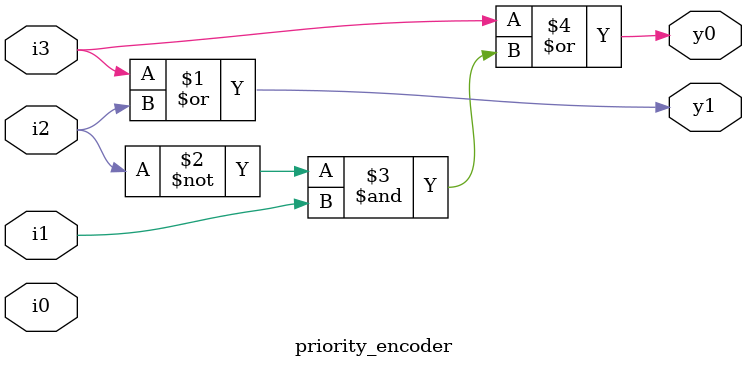
<source format=sv>
module priority_encoder(input i3,i2,i1,i0, output y1,y0);
  
  assign y1=i3|i2;
  assign y0= i3|(~i2)&i1;
  
endmodule

</source>
